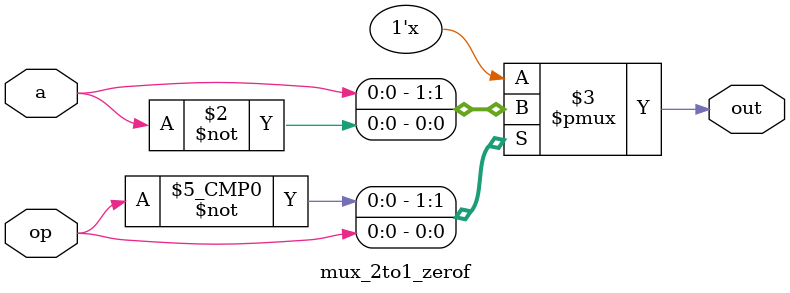
<source format=v>
`timescale 1ns/10ps

module tb_mux_2to1();

endmodule
 
module mux_2to1(out,a,b,op);
	
output reg [3:0] out;
input [3:0] a,b;
input op;
always @(*)
begin
	case(op)
		1'b0: out = a;
		1'b1: out = b;
		default: out = 16'b0;
	endcase
end
endmodule 

module mux_2to1_16bit(out,a,b,op);
	
output reg [15:0] out;
input [15:0] a,b;
input op;
always @(*)
begin
	case(op)
		1'b0: out = a;
		1'b1: out = b;
		default: out = 16'b0;
	endcase
end
endmodule

module mux_2to1_zerof(out,a,op);
	
output reg out;
input a;
input op;
always @(*)
begin
	case(op)
		1'b0: out = a;
		1'b1: out = ~a;
		default: out = 16'b0;
	endcase
end
endmodule

</source>
